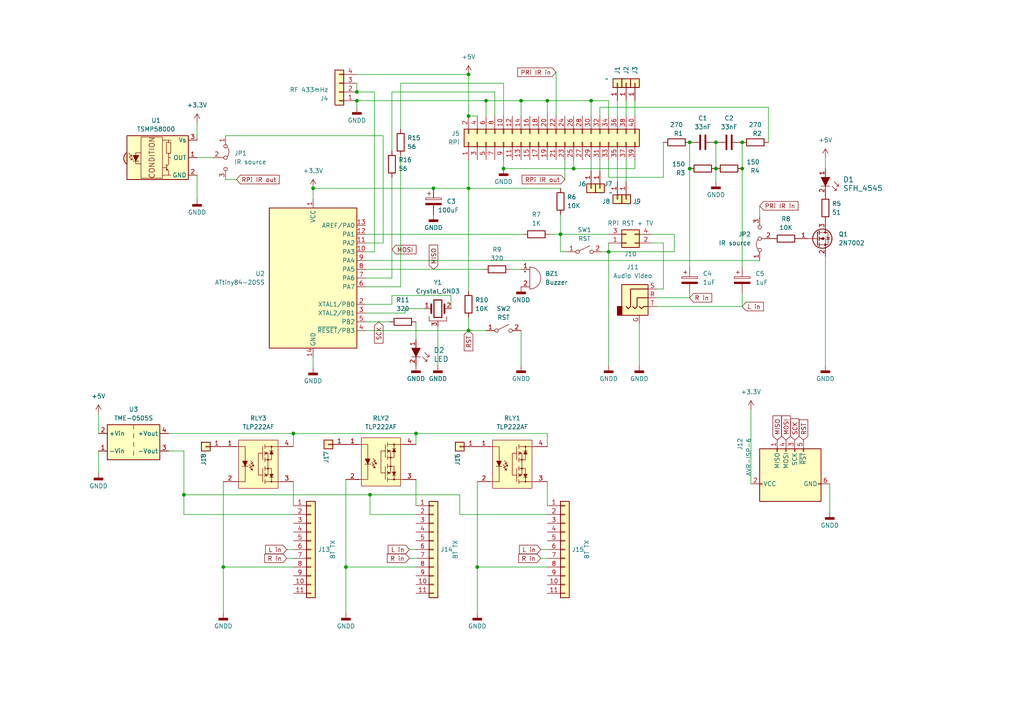
<source format=kicad_sch>
(kicad_sch (version 20230121) (generator eeschema)
  (paper "A4")
  (lib_symbols
    (symbol "Connector:AVR-ISP-6" (pin_names (offset 1.016))
      (property "Reference" "J" (at -6.35 11.43 0))
      (property "Value" "AVR-ISP-6" (at 0 11.43 0))
      (symbol "AVR-ISP-6_1_1"
        (pin passive line (at 10.16 5.08 180) (length 2.54) (name "MISO") (number "1"))
        (pin passive line (at -2.54 12.7 270) (length 2.54) (name "VCC") (number "2"))
        (pin passive line (at 10.16 0 180) (length 2.54) (name "SCK") (number "3"))
        (pin passive line (at 10.16 2.54 180) (length 2.54) (name "MOSI") (number "4"))
        (pin passive line (at 10.16 -2.54 180) (length 2.54) (name "~{RST}") (number "5"))
        (pin passive line (at -2.54 -10.16 90) (length 2.54) (name "GND") (number "6"))
      )
    )
    (symbol "Connector_Audio:AudioJack3_Ground"
      (property "Reference" "J" (at 0 8.89 0))
      (property "Value" "AudioJack3_Ground" (at 0 6.35 0))
      (symbol "AudioJack3_Ground_1_1"
        (pin passive line (at 0 -7.62 90) (length 2.54) (name "~") (number "G"))
        (pin passive line (at 5.08 0 180) (length 2.54) (name "~") (number "R"))
        (pin passive line (at 5.08 2.54 180) (length 2.54) (name "~") (number "S"))
        (pin passive line (at 5.08 -2.54 180) (length 2.54) (name "~") (number "T"))
      )
    )
    (symbol "Connector_Generic:Conn_01x01" (pin_names (offset 1.016) hide)
      (property "Reference" "J" (at 0 2.54 0))
      (property "Value" "Conn_01x01" (at 0 -2.54 0))
      (symbol "Conn_01x01_1_1"
        (pin passive line (at -5.08 0 0) (length 3.81) (name "Pin_1") (number "1"))
      )
    )
    (symbol "Connector_Generic:Conn_01x04" (pin_names (offset 1.016) hide)
      (property "Reference" "J" (at 0 5.08 0))
      (property "Value" "Conn_01x04" (at 0 -7.62 0))
      (symbol "Conn_01x04_1_1"
        (pin passive line (at -5.08 2.54 0) (length 3.81) (name "Pin_1") (number "1"))
        (pin passive line (at -5.08 0 0) (length 3.81) (name "Pin_2") (number "2"))
        (pin passive line (at -5.08 -2.54 0) (length 3.81) (name "Pin_3") (number "3"))
        (pin passive line (at -5.08 -5.08 0) (length 3.81) (name "Pin_4") (number "4"))
      )
    )
    (symbol "Connector_Generic:Conn_01x11" (pin_names (offset 1.016) hide)
      (property "Reference" "J" (at 0 15.24 0))
      (property "Value" "Conn_01x11" (at 0 -15.24 0))
      (symbol "Conn_01x11_1_1"
        (pin passive line (at -5.08 12.7 0) (length 3.81) (name "Pin_1") (number "1"))
        (pin passive line (at -5.08 -10.16 0) (length 3.81) (name "Pin_10") (number "10"))
        (pin passive line (at -5.08 -12.7 0) (length 3.81) (name "Pin_11") (number "11"))
        (pin passive line (at -5.08 10.16 0) (length 3.81) (name "Pin_2") (number "2"))
        (pin passive line (at -5.08 7.62 0) (length 3.81) (name "Pin_3") (number "3"))
        (pin passive line (at -5.08 5.08 0) (length 3.81) (name "Pin_4") (number "4"))
        (pin passive line (at -5.08 2.54 0) (length 3.81) (name "Pin_5") (number "5"))
        (pin passive line (at -5.08 0 0) (length 3.81) (name "Pin_6") (number "6"))
        (pin passive line (at -5.08 -2.54 0) (length 3.81) (name "Pin_7") (number "7"))
        (pin passive line (at -5.08 -5.08 0) (length 3.81) (name "Pin_8") (number "8"))
        (pin passive line (at -5.08 -7.62 0) (length 3.81) (name "Pin_9") (number "9"))
      )
    )
    (symbol "Connector_Generic:Conn_02x02_Odd_Even" (pin_names (offset 1.016) hide)
      (property "Reference" "J" (at 1.27 2.54 0))
      (property "Value" "Conn_02x02_Odd_Even" (at 1.27 -5.08 0))
      (symbol "Conn_02x02_Odd_Even_1_1"
        (pin passive line (at -5.08 0 0) (length 3.81) (name "Pin_1") (number "1"))
        (pin passive line (at 7.62 0 180) (length 3.81) (name "Pin_2") (number "2"))
        (pin passive line (at -5.08 -2.54 0) (length 3.81) (name "Pin_3") (number "3"))
        (pin passive line (at 7.62 -2.54 180) (length 3.81) (name "Pin_4") (number "4"))
      )
    )
    (symbol "Connector_Generic:Conn_02x20_Odd_Even" (pin_names (offset 1.016) hide)
      (property "Reference" "J" (at 1.27 25.4 0))
      (property "Value" "Conn_02x20_Odd_Even" (at 1.27 -27.94 0))
      (symbol "Conn_02x20_Odd_Even_1_1"
        (pin passive line (at -5.08 22.86 0) (length 3.81) (name "Pin_1") (number "1"))
        (pin passive line (at 7.62 12.7 180) (length 3.81) (name "Pin_10") (number "10"))
        (pin passive line (at -5.08 10.16 0) (length 3.81) (name "Pin_11") (number "11"))
        (pin passive line (at 7.62 10.16 180) (length 3.81) (name "Pin_12") (number "12"))
        (pin passive line (at -5.08 7.62 0) (length 3.81) (name "Pin_13") (number "13"))
        (pin passive line (at 7.62 7.62 180) (length 3.81) (name "Pin_14") (number "14"))
        (pin passive line (at -5.08 5.08 0) (length 3.81) (name "Pin_15") (number "15"))
        (pin passive line (at 7.62 5.08 180) (length 3.81) (name "Pin_16") (number "16"))
        (pin passive line (at -5.08 2.54 0) (length 3.81) (name "Pin_17") (number "17"))
        (pin passive line (at 7.62 2.54 180) (length 3.81) (name "Pin_18") (number "18"))
        (pin passive line (at -5.08 0 0) (length 3.81) (name "Pin_19") (number "19"))
        (pin passive line (at 7.62 22.86 180) (length 3.81) (name "Pin_2") (number "2"))
        (pin passive line (at 7.62 0 180) (length 3.81) (name "Pin_20") (number "20"))
        (pin passive line (at -5.08 -2.54 0) (length 3.81) (name "Pin_21") (number "21"))
        (pin passive line (at 7.62 -2.54 180) (length 3.81) (name "Pin_22") (number "22"))
        (pin passive line (at -5.08 -5.08 0) (length 3.81) (name "Pin_23") (number "23"))
        (pin passive line (at 7.62 -5.08 180) (length 3.81) (name "Pin_24") (number "24"))
        (pin passive line (at -5.08 -7.62 0) (length 3.81) (name "Pin_25") (number "25"))
        (pin passive line (at 7.62 -7.62 180) (length 3.81) (name "Pin_26") (number "26"))
        (pin passive line (at -5.08 -10.16 0) (length 3.81) (name "Pin_27") (number "27"))
        (pin passive line (at 7.62 -10.16 180) (length 3.81) (name "Pin_28") (number "28"))
        (pin passive line (at -5.08 -12.7 0) (length 3.81) (name "Pin_29") (number "29"))
        (pin passive line (at -5.08 20.32 0) (length 3.81) (name "Pin_3") (number "3"))
        (pin passive line (at 7.62 -12.7 180) (length 3.81) (name "Pin_30") (number "30"))
        (pin passive line (at -5.08 -15.24 0) (length 3.81) (name "Pin_31") (number "31"))
        (pin passive line (at 7.62 -15.24 180) (length 3.81) (name "Pin_32") (number "32"))
        (pin passive line (at -5.08 -17.78 0) (length 3.81) (name "Pin_33") (number "33"))
        (pin passive line (at 7.62 -17.78 180) (length 3.81) (name "Pin_34") (number "34"))
        (pin passive line (at -5.08 -20.32 0) (length 3.81) (name "Pin_35") (number "35"))
        (pin passive line (at 7.62 -20.32 180) (length 3.81) (name "Pin_36") (number "36"))
        (pin passive line (at -5.08 -22.86 0) (length 3.81) (name "Pin_37") (number "37"))
        (pin passive line (at 7.62 -22.86 180) (length 3.81) (name "Pin_38") (number "38"))
        (pin passive line (at -5.08 -25.4 0) (length 3.81) (name "Pin_39") (number "39"))
        (pin passive line (at 7.62 20.32 180) (length 3.81) (name "Pin_4") (number "4"))
        (pin passive line (at 7.62 -25.4 180) (length 3.81) (name "Pin_40") (number "40"))
        (pin passive line (at -5.08 17.78 0) (length 3.81) (name "Pin_5") (number "5"))
        (pin passive line (at 7.62 17.78 180) (length 3.81) (name "Pin_6") (number "6"))
        (pin passive line (at -5.08 15.24 0) (length 3.81) (name "Pin_7") (number "7"))
        (pin passive line (at 7.62 15.24 180) (length 3.81) (name "Pin_8") (number "8"))
        (pin passive line (at -5.08 12.7 0) (length 3.81) (name "Pin_9") (number "9"))
      )
    )
    (symbol "Converter_DCDC:TME-0505S"
      (property "Reference" "U" (at -6.35 6.35 0))
      (property "Value" "TME-0505S" (at 2.54 6.35 0))
      (symbol "TME-0505S_0_0"
        (pin power_in line (at -10.16 -2.54 0) (length 2.54) (name "-Vin") (number "1"))
        (pin power_in line (at -10.16 2.54 0) (length 2.54) (name "+Vin") (number "2"))
        (pin power_out line (at 10.16 -2.54 180) (length 2.54) (name "-Vout") (number "3"))
        (pin power_out line (at 10.16 2.54 180) (length 2.54) (name "+Vout") (number "4"))
      )
    )
    (symbol "Device:Buzzer" (pin_names (offset 0.0254) hide)
      (property "Reference" "BZ" (at 3.81 1.27 0))
      (property "Value" "Buzzer" (at 3.81 -1.27 0))
      (symbol "Buzzer_1_1"
        (pin passive line (at -2.54 2.54 0) (length 2.54) (name "-") (number "1"))
        (pin passive line (at -2.54 -2.54 0) (length 2.54) (name "+") (number "2"))
      )
    )
    (symbol "Device:C" (pin_numbers hide) (pin_names (offset 0.254))
      (property "Reference" "C" (at 0.635 2.54 0))
      (property "Value" "C" (at 0.635 -2.54 0))
      (symbol "C_1_1"
        (pin passive line (at 0 3.81 270) (length 2.794) (name "~") (number "1"))
        (pin passive line (at 0 -3.81 90) (length 2.794) (name "~") (number "2"))
      )
    )
    (symbol "Device:C_Polarized" (pin_numbers hide) (pin_names (offset 0.254))
      (property "Reference" "C" (at 0.635 2.54 0))
      (property "Value" "C_Polarized" (at 0.635 -2.54 0))
      (symbol "C_Polarized_1_1"
        (pin passive line (at 0 3.81 270) (length 2.794) (name "~") (number "1"))
        (pin passive line (at 0 -3.81 90) (length 2.794) (name "~") (number "2"))
      )
    )
    (symbol "Device:Crystal_GND3" (pin_names (offset 1.016) hide)
      (property "Reference" "Y" (at 0 5.715 0))
      (property "Value" "Crystal_GND3" (at 0 3.81 0))
      (symbol "Crystal_GND3_1_1"
        (pin passive line (at -3.81 0 0) (length 1.27) (name "1") (number "1"))
        (pin passive line (at 3.81 0 180) (length 1.27) (name "2") (number "2"))
        (pin passive line (at 0 -5.08 90) (length 1.27) (name "3") (number "3"))
      )
    )
    (symbol "Device:R" (pin_numbers hide) (pin_names (offset 0))
      (property "Reference" "R" (at 2.032 0 90))
      (property "Value" "R" (at 0 0 90))
      (symbol "R_1_1"
        (pin passive line (at 0 3.81 270) (length 1.27) (name "~") (number "1"))
        (pin passive line (at 0 -3.81 90) (length 1.27) (name "~") (number "2"))
      )
    )
    (symbol "Interface_Optical:TSMP58000"
      (property "Reference" "U" (at -10.16 7.62 0))
      (property "Value" "TSMP58000" (at -10.16 -7.62 0))
      (symbol "TSMP58000_0_0"
        (text "CONDITION" (at -2.921 0 900) (effects (font (size 1.524 1.524))))
      )
      (symbol "TSMP58000_1_1"
        (pin output line (at 10.16 0 180) (length 2.54) (name "OUT") (number "1"))
        (pin power_in line (at 10.16 -5.08 180) (length 2.54) (name "GND") (number "2"))
        (pin power_in line (at 10.16 5.08 180) (length 2.54) (name "Vs") (number "3"))
      )
    )
    (symbol "Jumper:Jumper_3_Bridged12" (pin_names (offset 0) hide)
      (property "Reference" "JP" (at -2.54 -2.54 0))
      (property "Value" "Jumper_3_Bridged12" (at 0 2.794 0))
      (symbol "Jumper_3_Bridged12_1_1"
        (pin passive line (at -6.35 0 0) (length 2.54) (name "A") (number "1"))
        (pin passive line (at 0 -3.81 90) (length 2.54) (name "C") (number "2"))
        (pin passive line (at 6.35 0 180) (length 2.54) (name "B") (number "3"))
      )
    )
    (symbol "MCU_Microchip_ATtiny:ATtiny84-20SS"
      (property "Reference" "U" (at -12.7 21.59 0))
      (property "Value" "ATtiny84-20SS" (at 2.54 -21.59 0))
      (symbol "ATtiny84-20SS_1_1"
        (pin power_in line (at 0 22.86 270) (length 2.54) (name "VCC") (number "1"))
        (pin bidirectional line (at 15.24 7.62 180) (length 2.54) (name "PA3") (number "10"))
        (pin bidirectional line (at 15.24 10.16 180) (length 2.54) (name "PA2") (number "11"))
        (pin bidirectional line (at 15.24 12.7 180) (length 2.54) (name "PA1") (number "12"))
        (pin bidirectional line (at 15.24 15.24 180) (length 2.54) (name "AREF/PA0") (number "13"))
        (pin power_in line (at 0 -22.86 90) (length 2.54) (name "GND") (number "14"))
        (pin bidirectional line (at 15.24 -7.62 180) (length 2.54) (name "XTAL1/PB0") (number "2"))
        (pin bidirectional line (at 15.24 -10.16 180) (length 2.54) (name "XTAL2/PB1") (number "3"))
        (pin bidirectional line (at 15.24 -15.24 180) (length 2.54) (name "~{RESET}/PB3") (number "4"))
        (pin bidirectional line (at 15.24 -12.7 180) (length 2.54) (name "PB2") (number "5"))
        (pin bidirectional line (at 15.24 -2.54 180) (length 2.54) (name "PA7") (number "6"))
        (pin bidirectional line (at 15.24 0 180) (length 2.54) (name "PA6") (number "7"))
        (pin bidirectional line (at 15.24 2.54 180) (length 2.54) (name "PA5") (number "8"))
        (pin bidirectional line (at 15.24 5.08 180) (length 2.54) (name "PA4") (number "9"))
      )
    )
    (symbol "Switch:SW_SPST" (pin_names (offset 0) hide)
      (property "Reference" "SW" (at 0 3.175 0))
      (property "Value" "SW_SPST" (at 0 -2.54 0))
      (symbol "SW_SPST_1_1"
        (pin passive line (at -5.08 0 0) (length 2.54) (name "A") (number "1"))
        (pin passive line (at 5.08 0 180) (length 2.54) (name "B") (number "2"))
      )
    )
    (symbol "Transistor_FET:2N7002" (pin_names hide)
      (property "Reference" "Q" (at 5.08 1.905 0))
      (property "Value" "2N7002" (at 5.08 0 0))
      (symbol "2N7002_1_1"
        (pin input line (at -5.08 0 0) (length 2.54) (name "G") (number "1"))
        (pin passive line (at 2.54 -5.08 90) (length 2.54) (name "S") (number "2"))
        (pin passive line (at 2.54 5.08 270) (length 2.54) (name "D") (number "3"))
      )
    )
    (symbol "dk_Infrared-UV-Visible-Emitters:SFH_4545" (pin_names (offset 0))
      (property "Reference" "D" (at -1.905 4.445 0))
      (property "Value" "SFH_4545" (at 5.715 -3.175 0))
      (symbol "SFH_4545_1_1"
        (pin passive line (at -2.54 0 0) (length 2.54) (name "~") (number "1"))
        (pin passive line (at 5.08 0 180) (length 2.54) (name "~") (number "2"))
      )
    )
    (symbol "dk_Solid-State-Relays:TLP222AF" (pin_names (offset 0) hide)
      (property "Reference" "RLY" (at 0 8.382 0))
      (property "Value" "TLP222AF" (at 0 -9.144 0))
      (symbol "TLP222AF_1_1"
        (pin passive line (at -10.16 5.08 0) (length 3.81) (name "A") (number "1"))
        (pin passive line (at -10.16 -5.08 0) (length 3.81) (name "K") (number "2"))
        (pin passive line (at 10.16 -5.08 180) (length 3.81) (name "DRAIN") (number "3"))
        (pin passive line (at 10.16 5.08 180) (length 3.81) (name "DRAIN") (number "4"))
      )
    )
    (symbol "power:+3.3V" (power) (pin_names (offset 0))
      (property "Value" "+3.3V" (at 0 3.556 0))
      (symbol "+3.3V_1_1"
        (pin power_in line (at 0 0 90) (length 0) hide (name "+3.3V") (number "1"))
      )
    )
    (symbol "power:+5V" (power) (pin_names (offset 0))
      (property "Value" "+5V" (at 0 3.556 0))
      (symbol "+5V_1_1"
        (pin power_in line (at 0 0 90) (length 0) hide (name "+5V") (number "1"))
      )
    )
    (symbol "power:GNDD" (power) (pin_names (offset 0))
      (property "Value" "GNDD" (at 0 -3.175 0))
      (symbol "GNDD_1_1"
        (pin power_in line (at 0 0 270) (length 0) hide (name "GNDD") (number "1"))
      )
    )
  )
  (junction (at 158.75 29.21))
  (junction (at 135.89 54.61))
  (junction (at 176.53 73.025))
  (junction (at 125.73 54.61))
  (junction (at 200.025 48.895))
  (junction (at 138.43 164.465))
  (junction (at 103.505 29.21))
  (junction (at 171.45 29.21))
  (junction (at 107.315 143.51))
  (junction (at 120.65 125.73))
  (junction (at 207.645 48.895))
  (junction (at 162.56 67.945))
  (junction (at 100.33 164.465))
  (junction (at 85.09 125.73))
  (junction (at 151.13 29.21))
  (junction (at 135.89 33.655))
  (junction (at 200.025 41.275))
  (junction (at 90.805 54.61))
  (junction (at 146.05 48.895))
  (junction (at 53.34 143.51))
  (junction (at 135.89 95.885))
  (junction (at 207.645 41.275))
  (junction (at 64.77 164.465))
  (junction (at 215.265 48.895))
  (junction (at 215.265 41.275))
  (junction (at 166.37 48.895))
  (junction (at 103.505 26.67))
  (junction (at 140.97 29.21))
  (junction (at 135.89 21.59))
  (wire (pts (xy 106.045 75.565) (xy 220.345 75.565)))
  (wire (pts (xy 108.585 73.025) (xy 106.045 73.025)))
  (wire (pts (xy 138.43 164.465) (xy 158.75 164.465)))
  (wire (pts (xy 113.665 80.645) (xy 106.045 80.645)))
  (wire (pts (xy 135.89 33.655) (xy 138.43 33.655)))
  (wire (pts (xy 57.15 50.8) (xy 57.15 57.785)))
  (wire (pts (xy 217.805 118.745) (xy 217.805 140.335)))
  (wire (pts (xy 162.56 67.945) (xy 176.53 67.945)))
  (wire (pts (xy 147.955 78.105) (xy 151.13 78.105)))
  (wire (pts (xy 176.53 73.025) (xy 176.53 70.485)))
  (wire (pts (xy 120.65 93.345) (xy 120.65 98.425)))
  (wire (pts (xy 189.23 67.945) (xy 195.58 67.945)))
  (wire (pts (xy 179.07 29.21) (xy 179.07 33.655)))
  (wire (pts (xy 28.575 137.16) (xy 28.575 130.81)))
  (wire (pts (xy 146.05 24.13) (xy 146.05 33.655)))
  (wire (pts (xy 120.65 139.065) (xy 120.65 146.685)))
  (wire (pts (xy 171.45 29.21) (xy 176.53 29.21)))
  (wire (pts (xy 118.745 161.925) (xy 120.65 161.925)))
  (wire (pts (xy 90.805 54.61) (xy 90.805 57.785)))
  (wire (pts (xy 215.265 48.895) (xy 215.265 77.47)))
  (wire (pts (xy 173.99 31.115) (xy 222.885 31.115)))
  (wire (pts (xy 190.5 88.9) (xy 215.265 88.9)))
  (wire (pts (xy 85.09 125.73) (xy 120.65 125.73)))
  (wire (pts (xy 176.53 51.435) (xy 192.405 51.435)))
  (wire (pts (xy 53.34 143.51) (xy 53.34 130.81)))
  (wire (pts (xy 195.58 67.945) (xy 195.58 73.025)))
  (wire (pts (xy 158.75 29.21) (xy 158.75 33.655)))
  (wire (pts (xy 135.89 46.355) (xy 135.89 54.61)))
  (wire (pts (xy 123.19 89.535) (xy 117.475 89.535)))
  (wire (pts (xy 159.385 67.945) (xy 162.56 67.945)))
  (wire (pts (xy 171.45 29.21) (xy 171.45 33.655)))
  (wire (pts (xy 133.35 143.51) (xy 133.35 149.225)))
  (wire (pts (xy 65.405 39.37) (xy 111.125 39.37)))
  (wire (pts (xy 53.34 143.51) (xy 53.34 149.225)))
  (wire (pts (xy 162.56 67.945) (xy 162.56 73.025)))
  (wire (pts (xy 138.43 139.7) (xy 138.43 164.465)))
  (wire (pts (xy 162.56 73.025) (xy 164.465 73.025)))
  (wire (pts (xy 184.15 46.355) (xy 184.15 48.895)))
  (wire (pts (xy 135.89 21.59) (xy 135.89 33.655)))
  (wire (pts (xy 158.75 125.73) (xy 158.75 129.54)))
  (wire (pts (xy 200.025 85.09) (xy 200.025 86.36)))
  (wire (pts (xy 140.97 95.885) (xy 135.89 95.885)))
  (wire (pts (xy 200.025 48.895) (xy 200.025 77.47)))
  (wire (pts (xy 146.05 48.895) (xy 166.37 48.895)))
  (wire (pts (xy 163.83 46.355) (xy 163.83 52.07)))
  (wire (pts (xy 215.265 88.9) (xy 215.265 85.09)))
  (wire (pts (xy 117.475 89.535) (xy 117.475 90.805)))
  (wire (pts (xy 108.585 26.67) (xy 108.585 73.025)))
  (wire (pts (xy 28.575 120.015) (xy 28.575 125.73)))
  (wire (pts (xy 83.185 159.385) (xy 85.09 159.385)))
  (wire (pts (xy 174.625 73.025) (xy 176.53 73.025)))
  (wire (pts (xy 140.97 29.21) (xy 140.97 33.655)))
  (wire (pts (xy 53.34 143.51) (xy 107.315 143.51)))
  (wire (pts (xy 173.99 33.655) (xy 173.99 31.115)))
  (wire (pts (xy 113.03 93.345) (xy 106.045 93.345)))
  (wire (pts (xy 135.89 54.61) (xy 162.56 54.61)))
  (wire (pts (xy 200.025 41.275) (xy 200.025 48.895)))
  (wire (pts (xy 151.13 29.21) (xy 151.13 33.655)))
  (wire (pts (xy 107.315 143.51) (xy 133.35 143.51)))
  (wire (pts (xy 85.09 164.465) (xy 64.77 164.465)))
  (wire (pts (xy 106.045 78.105) (xy 140.335 78.105)))
  (wire (pts (xy 176.53 46.355) (xy 176.53 51.435)))
  (wire (pts (xy 113.665 26.67) (xy 113.665 43.815)))
  (wire (pts (xy 192.405 83.82) (xy 190.5 83.82)))
  (wire (pts (xy 83.185 161.925) (xy 85.09 161.925)))
  (wire (pts (xy 220.345 59.69) (xy 220.345 62.865)))
  (wire (pts (xy 85.09 125.73) (xy 85.09 129.54)))
  (wire (pts (xy 103.505 26.67) (xy 108.585 26.67)))
  (wire (pts (xy 116.205 24.13) (xy 146.05 24.13)))
  (wire (pts (xy 127 94.615) (xy 127 106.045)))
  (wire (pts (xy 151.13 95.885) (xy 151.13 106.045)))
  (wire (pts (xy 113.665 85.725) (xy 130.81 85.725)))
  (wire (pts (xy 125.73 54.61) (xy 135.89 54.61)))
  (wire (pts (xy 103.505 31.115) (xy 103.505 29.21)))
  (wire (pts (xy 140.97 29.21) (xy 151.13 29.21)))
  (wire (pts (xy 239.395 74.295) (xy 239.395 106.045)))
  (wire (pts (xy 181.61 29.21) (xy 181.61 33.655)))
  (wire (pts (xy 61.595 45.72) (xy 57.15 45.72)))
  (wire (pts (xy 195.58 73.025) (xy 176.53 73.025)))
  (wire (pts (xy 192.405 70.485) (xy 192.405 83.82)))
  (wire (pts (xy 138.43 164.465) (xy 138.43 177.8)))
  (wire (pts (xy 200.025 86.36) (xy 190.5 86.36)))
  (wire (pts (xy 143.51 26.67) (xy 143.51 33.655)))
  (wire (pts (xy 156.845 161.925) (xy 158.75 161.925)))
  (wire (pts (xy 166.37 48.895) (xy 184.15 48.895)))
  (wire (pts (xy 151.13 29.21) (xy 158.75 29.21)))
  (wire (pts (xy 64.77 139.7) (xy 64.77 164.465)))
  (wire (pts (xy 135.89 54.61) (xy 135.89 84.455)))
  (wire (pts (xy 120.65 125.73) (xy 158.75 125.73)))
  (wire (pts (xy 106.045 88.265) (xy 113.665 88.265)))
  (wire (pts (xy 117.475 90.805) (xy 106.045 90.805)))
  (wire (pts (xy 133.35 149.225) (xy 158.75 149.225)))
  (wire (pts (xy 173.99 49.53) (xy 173.99 46.355)))
  (wire (pts (xy 130.81 85.725) (xy 130.81 89.535)))
  (wire (pts (xy 106.045 95.885) (xy 135.89 95.885)))
  (wire (pts (xy 207.645 52.705) (xy 207.645 48.895)))
  (wire (pts (xy 176.53 73.025) (xy 176.53 106.045)))
  (wire (pts (xy 106.045 67.945) (xy 151.765 67.945)))
  (wire (pts (xy 120.65 164.465) (xy 100.33 164.465)))
  (wire (pts (xy 53.34 149.225) (xy 85.09 149.225)))
  (wire (pts (xy 103.505 24.13) (xy 103.505 26.67)))
  (wire (pts (xy 156.845 159.385) (xy 158.75 159.385)))
  (wire (pts (xy 240.665 148.59) (xy 240.665 140.335)))
  (wire (pts (xy 215.265 41.275) (xy 215.265 48.895)))
  (wire (pts (xy 162.56 62.23) (xy 162.56 67.945)))
  (wire (pts (xy 100.33 139.065) (xy 100.33 164.465)))
  (wire (pts (xy 103.505 29.21) (xy 140.97 29.21)))
  (wire (pts (xy 158.75 139.7) (xy 158.75 146.685)))
  (wire (pts (xy 85.09 139.7) (xy 85.09 146.685)))
  (wire (pts (xy 135.89 92.075) (xy 135.89 95.885)))
  (wire (pts (xy 135.89 21.59) (xy 103.505 21.59)))
  (wire (pts (xy 158.75 29.21) (xy 171.45 29.21)))
  (wire (pts (xy 146.05 46.355) (xy 146.05 48.895)))
  (wire (pts (xy 171.45 49.53) (xy 171.45 46.355)))
  (wire (pts (xy 207.645 41.275) (xy 207.645 48.895)))
  (wire (pts (xy 118.745 159.385) (xy 120.65 159.385)))
  (wire (pts (xy 116.205 45.085) (xy 116.205 83.185)))
  (wire (pts (xy 48.895 130.81) (xy 53.34 130.81)))
  (wire (pts (xy 100.33 164.465) (xy 100.33 177.8)))
  (wire (pts (xy 48.895 125.73) (xy 85.09 125.73)))
  (wire (pts (xy 116.205 24.13) (xy 116.205 37.465)))
  (wire (pts (xy 189.23 70.485) (xy 192.405 70.485)))
  (wire (pts (xy 161.29 20.955) (xy 161.29 33.655)))
  (wire (pts (xy 107.315 149.225) (xy 120.65 149.225)))
  (wire (pts (xy 222.885 31.115) (xy 222.885 41.275)))
  (wire (pts (xy 120.65 128.905) (xy 120.65 125.73)))
  (wire (pts (xy 113.665 88.265) (xy 113.665 85.725)))
  (wire (pts (xy 181.61 52.705) (xy 181.61 46.355)))
  (wire (pts (xy 68.58 52.07) (xy 65.405 52.07)))
  (wire (pts (xy 90.805 106.68) (xy 90.805 103.505)))
  (wire (pts (xy 107.315 143.51) (xy 107.315 149.225)))
  (wire (pts (xy 185.42 106.045) (xy 185.42 93.98)))
  (wire (pts (xy 192.405 51.435) (xy 192.405 41.275)))
  (wire (pts (xy 113.665 51.435) (xy 113.665 80.645)))
  (wire (pts (xy 113.665 26.67) (xy 143.51 26.67)))
  (wire (pts (xy 111.125 70.485) (xy 111.125 39.37)))
  (wire (pts (xy 176.53 29.21) (xy 176.53 33.655)))
  (wire (pts (xy 57.15 35.56) (xy 57.15 40.64)))
  (wire (pts (xy 239.395 45.72) (xy 239.395 48.895)))
  (wire (pts (xy 106.045 70.485) (xy 111.125 70.485)))
  (wire (pts (xy 166.37 48.895) (xy 166.37 46.355)))
  (wire (pts (xy 179.07 52.705) (xy 179.07 46.355)))
  (wire (pts (xy 116.205 83.185) (xy 106.045 83.185)))
  (wire (pts (xy 64.77 164.465) (xy 64.77 177.8)))
  (wire (pts (xy 90.805 54.61) (xy 125.73 54.61)))
  (wire (pts (xy 184.15 29.21) (xy 184.15 33.655)))
  (global_label "MISO" (shape input) (at 125.73 78.105 90) (property "Intersheetrefs" "${INTERSHEET_REFS}" (effects hide)))
  (global_label "PRi IR in" (shape input) (at 220.345 59.69 0) (property "Intersheetrefs" "${INTERSHEET_REFS}" (effects hide)))
  (global_label "R in" (shape input) (at 156.845 161.925 180) (property "Intersheetrefs" "${INTERSHEET_REFS}" (effects hide)))
  (global_label "RST" (shape input) (at 135.89 95.885 270) (property "Intersheetrefs" "${INTERSHEET_REFS}" (effects hide)))
  (global_label "MOSI" (shape input) (at 113.665 72.39 0) (property "Intersheetrefs" "${INTERSHEET_REFS}" (effects hide)))
  (global_label "L in" (shape input) (at 83.185 159.385 180) (property "Intersheetrefs" "${INTERSHEET_REFS}" (effects hide)))
  (global_label "L in" (shape input) (at 118.745 159.385 180) (property "Intersheetrefs" "${INTERSHEET_REFS}" (effects hide)))
  (global_label "MISO" (shape input) (at 225.425 127.635 90) (property "Intersheetrefs" "${INTERSHEET_REFS}" (effects hide)))
  (global_label "R in" (shape input) (at 200.025 86.36 0) (property "Intersheetrefs" "${INTERSHEET_REFS}" (effects hide)))
  (global_label "MOSI" (shape input) (at 227.965 127.635 90) (property "Intersheetrefs" "${INTERSHEET_REFS}" (effects hide)))
  (global_label "RPi IR out" (shape input) (at 68.58 52.07 0) (property "Intersheetrefs" "${INTERSHEET_REFS}" (effects hide)))
  (global_label "L in" (shape input) (at 156.845 159.385 180) (property "Intersheetrefs" "${INTERSHEET_REFS}" (effects hide)))
  (global_label "L in" (shape input) (at 215.265 88.9 0) (property "Intersheetrefs" "${INTERSHEET_REFS}" (effects hide)))
  (global_label "SCK" (shape input) (at 230.505 127.635 90) (property "Intersheetrefs" "${INTERSHEET_REFS}" (effects hide)))
  (global_label "R in" (shape input) (at 83.185 161.925 180) (property "Intersheetrefs" "${INTERSHEET_REFS}" (effects hide)))
  (global_label "SCK" (shape input) (at 109.855 93.345 270) (property "Intersheetrefs" "${INTERSHEET_REFS}" (effects hide)))
  (global_label "RPi IR out" (shape input) (at 163.83 52.07 180) (property "Intersheetrefs" "${INTERSHEET_REFS}" (effects hide)))
  (global_label "PRi IR in" (shape input) (at 161.29 20.955 180) (property "Intersheetrefs" "${INTERSHEET_REFS}" (effects hide)))
  (global_label "RST" (shape input) (at 233.045 127.635 90) (property "Intersheetrefs" "${INTERSHEET_REFS}" (effects hide)))
  (global_label "R in" (shape input) (at 118.745 161.925 180) (property "Intersheetrefs" "${INTERSHEET_REFS}" (effects hide)))
  (symbol (lib_id "power:+5V") (at 135.89 21.59 0) (unit 1)
    (property "Reference" "#PWR01" (effects hide))
    (property "Value" "+5V" (at 135.89 16.51 0))
  )
  (symbol (lib_id "power:+3.3V") (at 90.805 54.61 0) (unit 1)
    (property "Reference" "#PWR07" (effects hide))
    (property "Value" "+3.3V" (at 90.805 49.53 0))
  )
  (symbol (lib_id "dk_Solid-State-Relays:TLP222AF") (at 74.93 134.62 0) (unit 1)
    (property "Reference" "RLY3" (at 74.93 121.285 0))
    (property "Value" "TLP222AF" (at 74.93 123.825 0))
    (property "Footprint" "MY:VSON4" (effects hide))
    (property "Datasheet" "https://toshiba.semicon-storage.com/info/docget.jsp?did=17036&prodName=TLP222A-2" (effects hide))
    (property "Digi-Key_PN" "TLP222AF-ND" (effects hide))
    (property "MPN" "TLP222AF" (effects hide))
    (property "Category" "Relays" (effects hide))
    (property "Family" "Solid State Relays" (effects hide))
    (property "DK_Datasheet_Link" "https://toshiba.semicon-storage.com/info/docget.jsp?did=17036&prodName=TLP222A-2" (effects hide))
    (property "DK_Detail_Page" "/product-detail/en/toshiba-semiconductor-and-storage/TLP222AF/TLP222AF-ND/871243" (effects hide))
    (property "Description" "SSR RELAY SPST-NO 500MA 0-60V" (effects hide))
    (property "Manufacturer" "Toshiba Semiconductor and Storage" (effects hide))
    (property "Status" "Active" (effects hide))
  )
  (symbol (lib_id "Connector_Generic:Conn_01x01") (at 184.15 24.13 90) (unit 1)
    (property "Reference" "J3" (at 184.15 21.59 0) (effects (justify left)))
    (property "Value" "~" (at 181.61 22.86 90) (effects (justify left)))
    (property "Footprint" "MY:CONTACT_1" (effects hide))
  )
  (symbol (lib_id "Connector_Generic:Conn_01x01") (at 171.45 54.61 270) (unit 1)
    (property "Reference" "J6" (at 167.64 53.34 90) (effects (justify left)))
    (property "Value" "~" (at 173.99 55.88 90) (effects (justify left)))
    (property "Footprint" "MY:CONTACT_1" (effects hide))
  )
  (symbol (lib_id "Connector_Generic:Conn_02x20_Odd_Even") (at 158.75 41.275 90) (unit 1)
    (property "Reference" "J5" (at 133.35 38.735 90) (effects (justify left)))
    (property "Value" "RPi" (at 133.35 41.275 90) (effects (justify left)))
    (property "Footprint" "MY:Raspberry_Pi_Zero" (effects hide))
  )
  (symbol (lib_id "Converter_DCDC:TME-0505S") (at 38.735 128.27 0) (unit 1)
    (property "Reference" "U3" (at 38.735 118.745 0))
    (property "Value" "TME-0505S" (at 38.735 121.285 0))
    (property "Footprint" "Converter_DCDC:Converter_DCDC_TRACO_TME_03xxS_05xxS_12xxS_Single_THT" (effects hide))
    (property "Datasheet" "https://www.tracopower.com/products/tme.pdf" (effects hide))
  )
  (symbol (lib_id "power:GNDD") (at 100.33 177.8 0) (unit 1)
    (property "Reference" "#PWR023" (effects hide))
    (property "Value" "GNDD" (at 100.33 181.61 0))
  )
  (symbol (lib_id "Connector_Generic:Conn_01x11") (at 163.83 159.385 0) (unit 1)
    (property "Reference" "J15" (at 167.64 159.385 0))
    (property "Value" "BT TX" (at 170.18 159.385 90))
    (property "Footprint" "Connector_PinSocket_1.27mm:PinSocket_1x11_P1.27mm_Vertical" (effects hide))
  )
  (symbol (lib_id "Device:R") (at 196.215 41.275 90) (unit 1)
    (property "Reference" "R1" (at 198.12 38.735 90) (effects (justify left)))
    (property "Value" "270" (at 198.12 36.195 90) (effects (justify left)))
    (property "Footprint" "Resistor_SMD:R_0805_2012Metric" (effects hide))
  )
  (symbol (lib_id "Connector_Generic:Conn_01x01") (at 181.61 24.13 90) (unit 1)
    (property "Reference" "J2" (at 181.61 21.59 0) (effects (justify left)))
    (property "Value" "~" (at 179.07 22.86 90) (effects (justify left)))
    (property "Footprint" "MY:CONTACT_1" (effects hide))
  )
  (symbol (lib_id "Connector_Audio:AudioJack3_Ground") (at 185.42 86.36 0) (unit 1)
    (property "Reference" "J11" (at 183.515 77.47 0))
    (property "Value" "Audio Video" (at 183.515 80.01 0))
    (property "Footprint" "MY:Jack_3.5mm_Green_exUSBSND" (effects hide))
  )
  (symbol (lib_id "Connector:AVR-ISP-6") (at 230.505 137.795 90) (unit 1)
    (property "Reference" "J12" (at 214.63 127 0) (effects (justify right)))
    (property "Value" "AVR-ISP-6" (at 217.17 127 0) (effects (justify right)))
    (property "Footprint" "Connector_PinSocket_2.54mm:PinSocket_2x03_P2.54mm_Vertical" (effects hide))
    (property "Datasheet" " ~" (effects hide))
  )
  (symbol (lib_id "Device:R") (at 135.89 88.265 0) (unit 1)
    (property "Reference" "R10" (at 137.795 86.995 0) (effects (justify left)))
    (property "Value" "10K" (at 137.795 89.535 0) (effects (justify left)))
    (property "Footprint" "Resistor_SMD:R_0805_2012Metric" (effects hide))
  )
  (symbol (lib_id "Connector_Generic:Conn_01x01") (at 59.69 129.54 180) (unit 1)
    (property "Reference" "J18" (at 59.055 131.445 90) (effects (justify left)))
    (property "Value" "~" (at 58.42 132.08 90) (effects (justify left)))
    (property "Footprint" "MY:CONTACT_1" (effects hide))
  )
  (symbol (lib_id "Device:R") (at 113.665 47.625 0) (unit 1)
    (property "Reference" "R16" (at 115.57 46.355 0) (effects (justify left)))
    (property "Value" "56" (at 115.57 48.895 0) (effects (justify left)))
    (property "Footprint" "Resistor_SMD:R_0805_2012Metric" (effects hide))
  )
  (symbol (lib_id "power:GNDD") (at 240.665 148.59 0) (unit 1)
    (property "Reference" "#PWR021" (effects hide))
    (property "Value" "GNDD" (at 240.665 152.4 0))
  )
  (symbol (lib_id "Device:C_Polarized") (at 215.265 81.28 0) (unit 1)
    (property "Reference" "C5" (at 219.075 79.375 0) (effects (justify left)))
    (property "Value" "1uF" (at 219.075 81.915 0) (effects (justify left)))
    (property "Footprint" "Capacitor_SMD:C_0805_2012Metric" (effects hide))
  )
  (symbol (lib_id "Device:Buzzer") (at 153.67 80.645 0) (unit 1)
    (property "Reference" "BZ1" (at 158.115 79.375 0) (effects (justify left)))
    (property "Value" "Buzzer" (at 158.115 81.915 0) (effects (justify left)))
    (property "Footprint" "MY:CONTACT_2" (effects hide))
  )
  (symbol (lib_id "power:GNDD") (at 138.43 177.8 0) (unit 1)
    (property "Reference" "#PWR024" (effects hide))
    (property "Value" "GNDD" (at 138.43 181.61 0))
  )
  (symbol (lib_id "Device:R") (at 162.56 58.42 0) (unit 1)
    (property "Reference" "R6" (at 164.465 57.15 0) (effects (justify left)))
    (property "Value" "10K" (at 164.465 59.69 0) (effects (justify left)))
    (property "Footprint" "Resistor_SMD:R_0805_2012Metric" (effects hide))
  )
  (symbol (lib_id "power:GNDD") (at 239.395 106.045 0) (unit 1)
    (property "Reference" "#PWR016" (effects hide))
    (property "Value" "GNDD" (at 239.395 109.855 0))
  )
  (symbol (lib_id "Connector_Generic:Conn_01x01") (at 95.25 128.905 180) (unit 1)
    (property "Reference" "J17" (at 94.615 130.81 90) (effects (justify left)))
    (property "Value" "~" (at 93.98 131.445 90) (effects (justify left)))
    (property "Footprint" "MY:CONTACT_1" (effects hide))
  )
  (symbol (lib_id "power:GNDD") (at 146.05 48.895 0) (unit 1)
    (property "Reference" "#PWR05" (effects hide))
    (property "Value" "GNDD" (at 146.05 52.705 0))
  )
  (symbol (lib_id "power:GNDD") (at 57.15 57.785 0) (unit 1)
    (property "Reference" "#PWR08" (effects hide))
    (property "Value" "GNDD" (at 57.15 61.595 0))
  )
  (symbol (lib_id "Switch:SW_SPST") (at 146.05 95.885 0) (unit 1)
    (property "Reference" "SW2" (at 146.05 89.535 0))
    (property "Value" "RST" (at 146.05 92.075 0))
    (property "Footprint" "Button_Switch_SMD:SW_Push_1P1T_NO_6x6mm_H9.5mm" (effects hide))
  )
  (symbol (lib_id "dk_Infrared-UV-Visible-Emitters:SFH_4545") (at 239.395 51.435 270) (unit 1)
    (property "Reference" "D1" (at 244.475 52.07 90) (effects (font (size 1.524 1.524)) (justify left)))
    (property "Value" "SFH_4545" (at 244.475 54.61 90) (effects (font (size 1.524 1.524)) (justify left)))
    (property "Footprint" "digikey-footprints:LED_5mm_Radial" (effects hide))
    (property "Datasheet" "https://dammedia.osram.info/media/resource/hires/osram-dam-2496274/SFH%204545.pdf" (effects hide))
    (property "Digi-Key_PN" "475-2919-ND" (effects hide))
    (property "MPN" "SFH 4545" (effects hide))
    (property "Category" "Optoelectronics" (effects hide))
    (property "Family" "Infrared, UV, Visible Emitters" (effects hide))
    (property "DK_Datasheet_Link" "https://dammedia.osram.info/media/resource/hires/osram-dam-2496274/SFH%204545.pdf" (effects hide))
    (property "DK_Detail_Page" "/product-detail/en/osram-opto-semiconductors-inc/SFH-4545/475-2919-ND/2205955" (effects hide))
    (property "Description" "EMITTER IR 950NM 100MA RADIAL" (effects hide))
    (property "Manufacturer" "OSRAM Opto Semiconductors Inc." (effects hide))
    (property "Status" "Active" (effects hide))
  )
  (symbol (lib_id "Connector_Generic:Conn_01x01") (at 179.07 57.785 270) (unit 1)
    (property "Reference" "J8" (at 174.625 58.42 90) (effects (justify left)))
    (property "Value" "~" (at 181.61 59.055 90) (effects (justify left)))
    (property "Footprint" "MY:CONTACT_1" (effects hide))
  )
  (symbol (lib_id "power:GNDD") (at 127 106.045 0) (unit 1)
    (property "Reference" "#PWR012" (effects hide))
    (property "Value" "GNDD" (at 127 109.855 0))
  )
  (symbol (lib_id "power:+3.3V") (at 57.15 35.56 0) (unit 1)
    (property "Reference" "#PWR03" (effects hide))
    (property "Value" "+3.3V" (at 57.15 30.48 0))
  )
  (symbol (lib_id "power:GNDD") (at 64.77 177.8 0) (unit 1)
    (property "Reference" "#PWR022" (effects hide))
    (property "Value" "GNDD" (at 64.77 181.61 0))
  )
  (symbol (lib_id "Connector_Generic:Conn_01x04") (at 98.425 26.67 180) (unit 1)
    (property "Reference" "J4" (at 95.25 28.575 0) (effects (justify left)))
    (property "Value" "RF 433mHz" (at 95.25 26.035 0) (effects (justify left)))
    (property "Footprint" "Connector_PinSocket_2.54mm:PinSocket_1x04_P2.54mm_Vertical" (effects hide))
  )
  (symbol (lib_id "Connector_Generic:Conn_01x11") (at 90.17 159.385 0) (unit 1)
    (property "Reference" "J13" (at 93.98 159.385 0))
    (property "Value" "BT TX" (at 96.52 159.385 90))
    (property "Footprint" "Connector_PinSocket_1.27mm:PinSocket_1x11_P1.27mm_Vertical" (effects hide))
  )
  (symbol (lib_id "Device:R") (at 239.395 60.325 0) (unit 1)
    (property "Reference" "R5" (at 241.3 59.055 0) (effects (justify left)))
    (property "Value" "51" (at 241.3 61.595 0) (effects (justify left)))
    (property "Footprint" "Resistor_SMD:R_0805_2012Metric" (effects hide))
  )
  (symbol (lib_id "Device:C_Polarized") (at 125.73 58.42 0) (unit 1)
    (property "Reference" "C3" (at 129.54 58.42 0) (effects (justify left)))
    (property "Value" "100uF" (at 127 60.96 0) (effects (justify left)))
    (property "Footprint" "Capacitor_SMD:C_0805_2012Metric" (effects hide))
  )
  (symbol (lib_id "Device:R") (at 211.455 48.895 90) (unit 1)
    (property "Reference" "R4" (at 220.345 49.53 90) (effects (justify left)))
    (property "Value" "150" (at 220.345 46.99 90) (effects (justify left)))
    (property "Footprint" "Resistor_SMD:R_0805_2012Metric" (effects hide))
  )
  (symbol (lib_id "Switch:SW_SPST") (at 169.545 73.025 0) (unit 1)
    (property "Reference" "SW1" (at 169.545 66.675 0))
    (property "Value" "RST" (at 169.545 69.215 0))
    (property "Footprint" "Button_Switch_SMD:SW_Push_1P1T_NO_6x6mm_H9.5mm" (effects hide))
  )
  (symbol (lib_id "Connector_Generic:Conn_01x01") (at 179.07 24.13 90) (unit 1)
    (property "Reference" "J1" (at 179.07 21.59 0) (effects (justify left)))
    (property "Value" "~" (at 176.53 22.86 90) (effects (justify left)))
    (property "Footprint" "MY:CONTACT_1" (effects hide))
  )
  (symbol (lib_id "Device:C") (at 211.455 41.275 90) (unit 1)
    (property "Reference" "C2" (at 211.455 34.29 90))
    (property "Value" "33nF" (at 211.455 36.83 90))
    (property "Footprint" "Capacitor_SMD:C_0805_2012Metric" (effects hide))
  )
  (symbol (lib_id "dk_Solid-State-Relays:TLP222AF") (at 148.59 134.62 0) (unit 1)
    (property "Reference" "RLY1" (at 148.59 121.285 0))
    (property "Value" "TLP222AF" (at 148.59 123.825 0))
    (property "Footprint" "MY:VSON4" (effects hide))
    (property "Datasheet" "https://toshiba.semicon-storage.com/info/docget.jsp?did=17036&prodName=TLP222A-2" (effects hide))
    (property "Digi-Key_PN" "TLP222AF-ND" (effects hide))
    (property "MPN" "TLP222AF" (effects hide))
    (property "Category" "Relays" (effects hide))
    (property "Family" "Solid State Relays" (effects hide))
    (property "DK_Datasheet_Link" "https://toshiba.semicon-storage.com/info/docget.jsp?did=17036&prodName=TLP222A-2" (effects hide))
    (property "DK_Detail_Page" "/product-detail/en/toshiba-semiconductor-and-storage/TLP222AF/TLP222AF-ND/871243" (effects hide))
    (property "Description" "SSR RELAY SPST-NO 500MA 0-60V" (effects hide))
    (property "Manufacturer" "Toshiba Semiconductor and Storage" (effects hide))
    (property "Status" "Active" (effects hide))
  )
  (symbol (lib_id "power:GNDD") (at 151.13 83.185 0) (unit 1)
    (property "Reference" "#PWR010" (effects hide))
    (property "Value" "GNDD" (at 151.13 86.995 0))
  )
  (symbol (lib_id "power:GNDD") (at 176.53 106.045 0) (unit 1)
    (property "Reference" "#PWR014" (effects hide))
    (property "Value" "GNDD" (at 176.53 109.855 0))
  )
  (symbol (lib_id "Device:C") (at 203.835 41.275 90) (unit 1)
    (property "Reference" "C1" (at 203.835 34.29 90))
    (property "Value" "33nF" (at 203.835 36.83 90))
    (property "Footprint" "Capacitor_SMD:C_0805_2012Metric" (effects hide))
  )
  (symbol (lib_id "MCU_Microchip_ATtiny:ATtiny84-20SS") (at 90.805 80.645 0) (unit 1)
    (property "Reference" "U2" (at 76.835 79.375 0) (effects (justify right)))
    (property "Value" "ATtiny84-20SS" (at 76.835 81.915 0) (effects (justify right)))
    (property "Footprint" "Package_SO:SOIC-14_3.9x8.7mm_P1.27mm" (effects hide))
    (property "Datasheet" "http://ww1.microchip.com/downloads/en/DeviceDoc/doc8006.pdf" (effects hide))
  )
  (symbol (lib_id "power:GNDD") (at 125.73 62.23 0) (unit 1)
    (property "Reference" "#PWR09" (effects hide))
    (property "Value" "GNDD" (at 125.73 66.04 0))
  )
  (symbol (lib_id "power:+3.3V") (at 217.805 118.745 0) (unit 1)
    (property "Reference" "#PWR019" (effects hide))
    (property "Value" "+3.3V" (at 217.805 113.665 0))
  )
  (symbol (lib_id "Device:Crystal_GND3") (at 127 89.535 0) (unit 1)
    (property "Reference" "Y1" (at 127 81.915 0))
    (property "Value" "Crystal_GND3" (at 127 84.455 0))
    (property "Footprint" "MY:Oscillator_SMD_GEYER_KX_3.1x3.7mm" (effects hide))
  )
  (symbol (lib_id "Device:C_Polarized") (at 200.025 81.28 0) (unit 1)
    (property "Reference" "C4" (at 203.835 79.375 0) (effects (justify left)))
    (property "Value" "1uF" (at 203.835 81.915 0) (effects (justify left)))
    (property "Footprint" "Capacitor_SMD:C_0805_2012Metric" (effects hide))
  )
  (symbol (lib_id "power:GNDD") (at 120.65 106.045 0) (unit 1)
    (property "Reference" "#PWR011" (effects hide))
    (property "Value" "GNDD" (at 120.65 109.855 0))
  )
  (symbol (lib_id "power:GNDD") (at 90.805 106.68 0) (unit 1)
    (property "Reference" "#PWR017" (effects hide))
    (property "Value" "GNDD" (at 90.805 110.49 0))
  )
  (symbol (lib_id "Jumper:Jumper_3_Bridged12") (at 65.405 45.72 270) (unit 1)
    (property "Reference" "JP1" (at 67.945 44.45 90) (effects (justify left)))
    (property "Value" "IR source" (at 67.945 46.99 90) (effects (justify left)))
    (property "Footprint" "Jumper:SolderJumper-3_P1.3mm_Bridged12_RoundedPad1.0x1.5mm" (effects hide))
  )
  (symbol (lib_id "Connector_Generic:Conn_01x11") (at 125.73 159.385 0) (unit 1)
    (property "Reference" "J14" (at 129.54 159.385 0))
    (property "Value" "BT TX" (at 132.08 159.385 90))
    (property "Footprint" "Connector_PinSocket_1.27mm:PinSocket_1x11_P1.27mm_Vertical" (effects hide))
  )
  (symbol (lib_id "power:GNDD") (at 103.505 31.115 0) (unit 1)
    (property "Reference" "#PWR02" (effects hide))
    (property "Value" "GNDD" (at 103.505 34.925 0))
  )
  (symbol (lib_id "Device:R") (at 116.205 41.275 0) (unit 1)
    (property "Reference" "R15" (at 118.11 40.005 0) (effects (justify left)))
    (property "Value" "56" (at 118.11 42.545 0) (effects (justify left)))
    (property "Footprint" "Resistor_SMD:R_0805_2012Metric" (effects hide))
  )
  (symbol (lib_id "dk_Infrared-UV-Visible-Emitters:SFH_4545") (at 120.65 100.965 270) (unit 1)
    (property "Reference" "D2" (at 125.73 101.6 90) (effects (font (size 1.524 1.524)) (justify left)))
    (property "Value" "LED" (at 125.73 104.14 90) (effects (font (size 1.524 1.524)) (justify left)))
    (property "Footprint" "Diode_SMD:D_0805_2012Metric" (effects hide))
    (property "Datasheet" "https://dammedia.osram.info/media/resource/hires/osram-dam-2496274/SFH%204545.pdf" (effects hide))
    (property "Digi-Key_PN" "475-2919-ND" (effects hide))
    (property "MPN" "SFH 4545" (effects hide))
    (property "Category" "Optoelectronics" (effects hide))
    (property "Family" "Infrared, UV, Visible Emitters" (effects hide))
    (property "DK_Datasheet_Link" "https://dammedia.osram.info/media/resource/hires/osram-dam-2496274/SFH%204545.pdf" (effects hide))
    (property "DK_Detail_Page" "/product-detail/en/osram-opto-semiconductors-inc/SFH-4545/475-2919-ND/2205955" (effects hide))
    (property "Description" "EMITTER IR 950NM 100MA RADIAL" (effects hide))
    (property "Manufacturer" "OSRAM Opto Semiconductors Inc." (effects hide))
    (property "Status" "Active" (effects hide))
  )
  (symbol (lib_id "Device:R") (at 219.075 41.275 90) (unit 1)
    (property "Reference" "R2" (at 220.98 38.735 90) (effects (justify left)))
    (property "Value" "270" (at 220.98 36.195 90) (effects (justify left)))
    (property "Footprint" "Resistor_SMD:R_0805_2012Metric" (effects hide))
  )
  (symbol (lib_id "Device:R") (at 116.84 93.345 90) (unit 1)
    (property "Reference" "R11" (at 116.84 86.995 90))
    (property "Value" "320" (at 116.84 89.535 90))
    (property "Footprint" "Resistor_SMD:R_0805_2012Metric" (effects hide))
  )
  (symbol (lib_id "Device:R") (at 227.965 69.215 90) (unit 1)
    (property "Reference" "R8" (at 227.965 63.5 90))
    (property "Value" "10K" (at 227.965 66.04 90))
    (property "Footprint" "Resistor_SMD:R_0805_2012Metric" (effects hide))
  )
  (symbol (lib_id "Connector_Generic:Conn_01x01") (at 173.99 54.61 270) (unit 1)
    (property "Reference" "J7" (at 175.26 53.34 90) (effects (justify left)))
    (property "Value" "~" (at 176.53 55.88 90) (effects (justify left)))
    (property "Footprint" "MY:CONTACT_1" (effects hide))
  )
  (symbol (lib_id "power:+5V") (at 28.575 120.015 0) (unit 1)
    (property "Reference" "#PWR018" (effects hide))
    (property "Value" "+5V" (at 28.575 114.935 0))
  )
  (symbol (lib_id "power:GNDD") (at 28.575 137.16 0) (unit 1)
    (property "Reference" "#PWR020" (effects hide))
    (property "Value" "GNDD" (at 28.575 140.97 0))
  )
  (symbol (lib_id "power:GNDD") (at 207.645 52.705 0) (unit 1)
    (property "Reference" "#PWR06" (effects hide))
    (property "Value" "GNDD" (at 207.645 56.515 0))
  )
  (symbol (lib_id "power:+5V") (at 239.395 45.72 0) (unit 1)
    (property "Reference" "#PWR04" (effects hide))
    (property "Value" "+5V" (at 239.395 40.64 0))
  )
  (symbol (lib_id "dk_Solid-State-Relays:TLP222AF") (at 110.49 133.985 0) (unit 1)
    (property "Reference" "RLY2" (at 110.49 121.285 0))
    (property "Value" "TLP222AF" (at 110.49 123.825 0))
    (property "Footprint" "MY:VSON4" (effects hide))
    (property "Datasheet" "https://toshiba.semicon-storage.com/info/docget.jsp?did=17036&prodName=TLP222A-2" (effects hide))
    (property "Digi-Key_PN" "TLP222AF-ND" (effects hide))
    (property "MPN" "TLP222AF" (effects hide))
    (property "Category" "Relays" (effects hide))
    (property "Family" "Solid State Relays" (effects hide))
    (property "DK_Datasheet_Link" "https://toshiba.semicon-storage.com/info/docget.jsp?did=17036&prodName=TLP222A-2" (effects hide))
    (property "DK_Detail_Page" "/product-detail/en/toshiba-semiconductor-and-storage/TLP222AF/TLP222AF-ND/871243" (effects hide))
    (property "Description" "SSR RELAY SPST-NO 500MA 0-60V" (effects hide))
    (property "Manufacturer" "Toshiba Semiconductor and Storage" (effects hide))
    (property "Status" "Active" (effects hide))
  )
  (symbol (lib_id "Connector_Generic:Conn_01x01") (at 181.61 57.785 270) (unit 1)
    (property "Reference" "J9" (at 183.515 58.42 90) (effects (justify left)))
    (property "Value" "~" (at 184.15 59.055 90) (effects (justify left)))
    (property "Footprint" "MY:CONTACT_1" (effects hide))
  )
  (symbol (lib_id "power:GNDD") (at 151.13 106.045 0) (unit 1)
    (property "Reference" "#PWR013" (effects hide))
    (property "Value" "GNDD" (at 151.13 109.855 0))
  )
  (symbol (lib_id "Device:R") (at 144.145 78.105 270) (unit 1)
    (property "Reference" "R9" (at 144.145 72.39 90))
    (property "Value" "320" (at 144.145 74.93 90))
    (property "Footprint" "Resistor_SMD:R_0805_2012Metric" (effects hide))
  )
  (symbol (lib_id "Interface_Optical:TSMP58000") (at 46.99 45.72 0) (unit 1)
    (property "Reference" "U1" (at 45.255 34.925 0))
    (property "Value" "TSMP58000" (at 45.255 37.465 0))
    (property "Footprint" "OptoDevice:Vishay_MINICAST-3Pin" (effects hide))
    (property "Datasheet" "http://www.vishay.com/docs/82485/tsmp58000.pdf" (effects hide))
  )
  (symbol (lib_id "Jumper:Jumper_3_Bridged12") (at 220.345 69.215 90) (unit 1)
    (property "Reference" "JP2" (at 217.805 67.945 90) (effects (justify left)))
    (property "Value" "IR source" (at 217.805 70.485 90) (effects (justify left)))
    (property "Footprint" "Jumper:SolderJumper-3_P1.3mm_Bridged12_RoundedPad1.0x1.5mm" (effects hide))
  )
  (symbol (lib_id "Device:R") (at 203.835 48.895 90) (unit 1)
    (property "Reference" "R3" (at 198.755 50.165 90) (effects (justify left)))
    (property "Value" "150" (at 198.755 47.625 90) (effects (justify left)))
    (property "Footprint" "Resistor_SMD:R_0805_2012Metric" (effects hide))
  )
  (symbol (lib_id "Connector_Generic:Conn_02x02_Odd_Even") (at 181.61 70.485 0) (mirror x) (unit 1)
    (property "Reference" "J10" (at 182.88 73.66 0))
    (property "Value" "RPi RST + TV" (at 182.88 64.77 0))
    (property "Footprint" "Connector_PinSocket_2.54mm:PinSocket_2x02_P2.54mm_Vertical" (effects hide))
  )
  (symbol (lib_id "Transistor_FET:2N7002") (at 236.855 69.215 0) (unit 1)
    (property "Reference" "Q1" (at 243.205 67.945 0) (effects (justify left)))
    (property "Value" "2N7002" (at 243.205 70.485 0) (effects (justify left)))
    (property "Footprint" "Package_TO_SOT_SMD:SOT-23" (effects hide))
    (property "Datasheet" "https://www.onsemi.com/pub/Collateral/NDS7002A-D.PDF" (effects hide))
  )
  (symbol (lib_id "Connector_Generic:Conn_01x01") (at 133.35 129.54 180) (unit 1)
    (property "Reference" "J16" (at 132.715 131.445 90) (effects (justify left)))
    (property "Value" "~" (at 132.08 132.08 90) (effects (justify left)))
    (property "Footprint" "MY:CONTACT_1" (effects hide))
  )
  (symbol (lib_id "power:GNDD") (at 185.42 106.045 0) (unit 1)
    (property "Reference" "#PWR015" (effects hide))
    (property "Value" "GNDD" (at 185.42 109.855 0))
  )
  (symbol (lib_id "Device:R") (at 155.575 67.945 90) (unit 1)
    (property "Reference" "R7" (at 155.575 62.23 90))
    (property "Value" "1K" (at 155.575 64.77 90))
    (property "Footprint" "Resistor_SMD:R_0805_2012Metric" (effects hide))
  )
)
</source>
